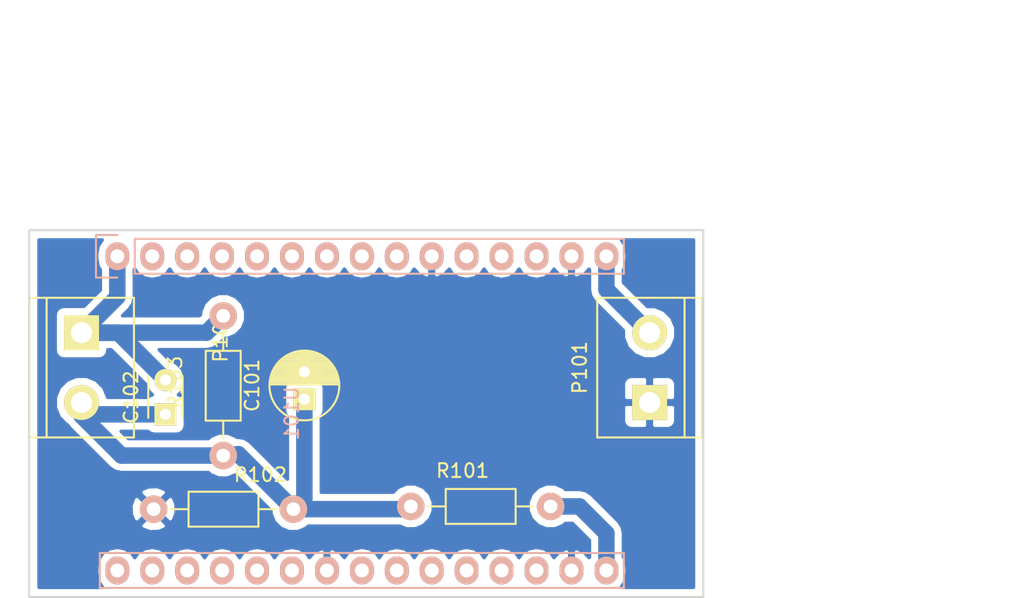
<source format=kicad_pcb>
(kicad_pcb (version 4) (host pcbnew 4.0.2+dfsg1-stable)

  (general
    (links 16)
    (no_connects 0)
    (area 98.395 71.901189 173.375 115.840001)
    (thickness 1.6)
    (drawings 4)
    (tracks 22)
    (zones 0)
    (modules 8)
    (nets 29)
  )

  (page A4)
  (layers
    (0 F.Cu signal)
    (31 B.Cu signal)
    (32 B.Adhes user)
    (33 F.Adhes user)
    (34 B.Paste user)
    (35 F.Paste user)
    (36 B.SilkS user)
    (37 F.SilkS user)
    (38 B.Mask user)
    (39 F.Mask user)
    (40 Dwgs.User user)
    (41 Cmts.User user)
    (42 Eco1.User user)
    (43 Eco2.User user)
    (44 Edge.Cuts user)
    (45 Margin user)
    (46 B.CrtYd user)
    (47 F.CrtYd user)
    (48 B.Fab user)
    (49 F.Fab user)
  )

  (setup
    (last_trace_width 0.25)
    (user_trace_width 0.6)
    (user_trace_width 0.8)
    (user_trace_width 1)
    (user_trace_width 1.2)
    (trace_clearance 0.2)
    (zone_clearance 0.508)
    (zone_45_only yes)
    (trace_min 0.2)
    (segment_width 0.2)
    (edge_width 0.15)
    (via_size 0.6)
    (via_drill 0.4)
    (via_min_size 0.4)
    (via_min_drill 0.3)
    (uvia_size 0.3)
    (uvia_drill 0.1)
    (uvias_allowed no)
    (uvia_min_size 0.2)
    (uvia_min_drill 0.1)
    (pcb_text_width 0.3)
    (pcb_text_size 1.5 1.5)
    (mod_edge_width 0.15)
    (mod_text_size 1 1)
    (mod_text_width 0.15)
    (pad_size 1.6 1.6)
    (pad_drill 0.8)
    (pad_to_mask_clearance 0.2)
    (aux_axis_origin 0 0)
    (visible_elements FFFFFF7F)
    (pcbplotparams
      (layerselection 0x00030_80000001)
      (usegerberextensions false)
      (excludeedgelayer true)
      (linewidth 0.100000)
      (plotframeref false)
      (viasonmask false)
      (mode 1)
      (useauxorigin false)
      (hpglpennumber 1)
      (hpglpenspeed 20)
      (hpglpendiameter 15)
      (hpglpenoverlay 2)
      (psnegative false)
      (psa4output false)
      (plotreference true)
      (plotvalue true)
      (plotinvisibletext false)
      (padsonsilk false)
      (subtractmaskfromsilk false)
      (outputformat 1)
      (mirror false)
      (drillshape 0)
      (scaleselection 1)
      (outputdirectory gerber/))
  )

  (net 0 "")
  (net 1 "Net-(C101-Pad1)")
  (net 2 GND)
  (net 3 /Vin_5v)
  (net 4 /intensidad)
  (net 5 /3V3)
  (net 6 "Net-(U101-Pad2)")
  (net 7 "Net-(U101-Pad3)")
  (net 8 "Net-(U101-Pad4)")
  (net 9 "Net-(U101-Pad5)")
  (net 10 "Net-(U101-Pad6)")
  (net 11 "Net-(U101-Pad7)")
  (net 12 "Net-(U101-Pad8)")
  (net 13 "Net-(U101-Pad9)")
  (net 14 "Net-(U101-Pad11)")
  (net 15 "Net-(U101-Pad12)")
  (net 16 "Net-(U101-Pad13)")
  (net 17 "Net-(U101-Pad30)")
  (net 18 "Net-(U101-Pad18)")
  (net 19 "Net-(U101-Pad19)")
  (net 20 "Net-(U101-Pad25)")
  (net 21 "Net-(U101-Pad26)")
  (net 22 "Net-(U101-Pad22)")
  (net 23 "Net-(U101-Pad23)")
  (net 24 "Net-(U101-Pad21)")
  (net 25 "Net-(U101-Pad20)")
  (net 26 "Net-(U101-Pad28)")
  (net 27 "Net-(U101-Pad27)")
  (net 28 "Net-(U101-Pad29)")

  (net_class Default "This is the default net class."
    (clearance 0.2)
    (trace_width 0.25)
    (via_dia 0.6)
    (via_drill 0.4)
    (uvia_dia 0.3)
    (uvia_drill 0.1)
    (add_net /3V3)
    (add_net /Vin_5v)
    (add_net /intensidad)
    (add_net GND)
    (add_net "Net-(C101-Pad1)")
    (add_net "Net-(U101-Pad11)")
    (add_net "Net-(U101-Pad12)")
    (add_net "Net-(U101-Pad13)")
    (add_net "Net-(U101-Pad18)")
    (add_net "Net-(U101-Pad19)")
    (add_net "Net-(U101-Pad2)")
    (add_net "Net-(U101-Pad20)")
    (add_net "Net-(U101-Pad21)")
    (add_net "Net-(U101-Pad22)")
    (add_net "Net-(U101-Pad23)")
    (add_net "Net-(U101-Pad25)")
    (add_net "Net-(U101-Pad26)")
    (add_net "Net-(U101-Pad27)")
    (add_net "Net-(U101-Pad28)")
    (add_net "Net-(U101-Pad29)")
    (add_net "Net-(U101-Pad3)")
    (add_net "Net-(U101-Pad30)")
    (add_net "Net-(U101-Pad4)")
    (add_net "Net-(U101-Pad5)")
    (add_net "Net-(U101-Pad6)")
    (add_net "Net-(U101-Pad7)")
    (add_net "Net-(U101-Pad8)")
    (add_net "Net-(U101-Pad9)")
  )

  (module Capacitors_ThroughHole:C_Radial_D5_L11_P2 (layer F.Cu) (tedit 592B182C) (tstamp 592AF324)
    (at 120.8 101.2 90)
    (descr "Radial Electrolytic Capacitor 5mm x Length 11mm, Pitch 2mm")
    (tags "Electrolytic Capacitor")
    (path /592A7889)
    (fp_text reference C101 (at 1 -3.8 90) (layer F.SilkS)
      (effects (font (size 1 1) (thickness 0.15)))
    )
    (fp_text value 22uF (at 1 3.8 90) (layer F.Fab)
      (effects (font (size 1 1) (thickness 0.15)))
    )
    (fp_line (start 1.075 -2.499) (end 1.075 2.499) (layer F.SilkS) (width 0.15))
    (fp_line (start 1.215 -2.491) (end 1.215 -0.154) (layer F.SilkS) (width 0.15))
    (fp_line (start 1.215 0.154) (end 1.215 2.491) (layer F.SilkS) (width 0.15))
    (fp_line (start 1.355 -2.475) (end 1.355 -0.473) (layer F.SilkS) (width 0.15))
    (fp_line (start 1.355 0.473) (end 1.355 2.475) (layer F.SilkS) (width 0.15))
    (fp_line (start 1.495 -2.451) (end 1.495 -0.62) (layer F.SilkS) (width 0.15))
    (fp_line (start 1.495 0.62) (end 1.495 2.451) (layer F.SilkS) (width 0.15))
    (fp_line (start 1.635 -2.418) (end 1.635 -0.712) (layer F.SilkS) (width 0.15))
    (fp_line (start 1.635 0.712) (end 1.635 2.418) (layer F.SilkS) (width 0.15))
    (fp_line (start 1.775 -2.377) (end 1.775 -0.768) (layer F.SilkS) (width 0.15))
    (fp_line (start 1.775 0.768) (end 1.775 2.377) (layer F.SilkS) (width 0.15))
    (fp_line (start 1.915 -2.327) (end 1.915 -0.795) (layer F.SilkS) (width 0.15))
    (fp_line (start 1.915 0.795) (end 1.915 2.327) (layer F.SilkS) (width 0.15))
    (fp_line (start 2.055 -2.266) (end 2.055 -0.798) (layer F.SilkS) (width 0.15))
    (fp_line (start 2.055 0.798) (end 2.055 2.266) (layer F.SilkS) (width 0.15))
    (fp_line (start 2.195 -2.196) (end 2.195 -0.776) (layer F.SilkS) (width 0.15))
    (fp_line (start 2.195 0.776) (end 2.195 2.196) (layer F.SilkS) (width 0.15))
    (fp_line (start 2.335 -2.114) (end 2.335 -0.726) (layer F.SilkS) (width 0.15))
    (fp_line (start 2.335 0.726) (end 2.335 2.114) (layer F.SilkS) (width 0.15))
    (fp_line (start 2.475 -2.019) (end 2.475 -0.644) (layer F.SilkS) (width 0.15))
    (fp_line (start 2.475 0.644) (end 2.475 2.019) (layer F.SilkS) (width 0.15))
    (fp_line (start 2.615 -1.908) (end 2.615 -0.512) (layer F.SilkS) (width 0.15))
    (fp_line (start 2.615 0.512) (end 2.615 1.908) (layer F.SilkS) (width 0.15))
    (fp_line (start 2.755 -1.78) (end 2.755 -0.265) (layer F.SilkS) (width 0.15))
    (fp_line (start 2.755 0.265) (end 2.755 1.78) (layer F.SilkS) (width 0.15))
    (fp_line (start 2.895 -1.631) (end 2.895 1.631) (layer F.SilkS) (width 0.15))
    (fp_line (start 3.035 -1.452) (end 3.035 1.452) (layer F.SilkS) (width 0.15))
    (fp_line (start 3.175 -1.233) (end 3.175 1.233) (layer F.SilkS) (width 0.15))
    (fp_line (start 3.315 -0.944) (end 3.315 0.944) (layer F.SilkS) (width 0.15))
    (fp_line (start 3.455 -0.472) (end 3.455 0.472) (layer F.SilkS) (width 0.15))
    (fp_circle (center 2 0) (end 2 -0.8) (layer F.SilkS) (width 0.15))
    (fp_circle (center 1 0) (end 1 -2.5375) (layer F.SilkS) (width 0.15))
    (fp_circle (center 1 0) (end 1 -2.8) (layer F.CrtYd) (width 0.05))
    (pad 1 thru_hole rect (at 0 0 90) (size 1.6 1.6) (drill 0.8) (layers *.Cu *.Mask F.SilkS)
      (net 1 "Net-(C101-Pad1)"))
    (pad 2 thru_hole circle (at 2 0 90) (size 1.6 1.6) (drill 0.8) (layers *.Cu *.Mask F.SilkS)
      (net 2 GND))
    (model Capacitors_ThroughHole.3dshapes/C_Radial_D5_L11_P2.wrl
      (at (xyz 0 0 0))
      (scale (xyz 1 1 1))
      (rotate (xyz 0 0 0))
    )
  )

  (module Connect:bornier2 (layer F.Cu) (tedit 0) (tstamp 592AF32A)
    (at 145.9 98.9 90)
    (descr "Bornier d'alimentation 2 pins")
    (tags DEV)
    (path /592A86B4)
    (fp_text reference P101 (at 0 -5.08 90) (layer F.SilkS)
      (effects (font (size 1 1) (thickness 0.15)))
    )
    (fp_text value 5V_ENTRADA (at 0 5.08 90) (layer F.Fab)
      (effects (font (size 1 1) (thickness 0.15)))
    )
    (fp_line (start 5.08 2.54) (end -5.08 2.54) (layer F.SilkS) (width 0.15))
    (fp_line (start 5.08 3.81) (end 5.08 -3.81) (layer F.SilkS) (width 0.15))
    (fp_line (start 5.08 -3.81) (end -5.08 -3.81) (layer F.SilkS) (width 0.15))
    (fp_line (start -5.08 -3.81) (end -5.08 3.81) (layer F.SilkS) (width 0.15))
    (fp_line (start -5.08 3.81) (end 5.08 3.81) (layer F.SilkS) (width 0.15))
    (pad 1 thru_hole rect (at -2.54 0 90) (size 2.54 2.54) (drill 1.524) (layers *.Cu *.Mask F.SilkS)
      (net 2 GND))
    (pad 2 thru_hole circle (at 2.54 0 90) (size 2.54 2.54) (drill 1.524) (layers *.Cu *.Mask F.SilkS)
      (net 3 /Vin_5v))
    (model Connect.3dshapes/bornier2.wrl
      (at (xyz 0 0 0))
      (scale (xyz 1 1 1))
      (rotate (xyz 0 0 0))
    )
  )

  (module Connect:bornier2 (layer F.Cu) (tedit 592AFD74) (tstamp 592AF330)
    (at 104.6 98.9 270)
    (descr "Bornier d'alimentation 2 pins")
    (tags DEV)
    (path /592A7D5E)
    (fp_text reference P102 (at -2.3 -10.1 270) (layer F.SilkS)
      (effects (font (size 1 1) (thickness 0.15)))
    )
    (fp_text value PINZA (at 0 5.08 270) (layer F.Fab)
      (effects (font (size 1 1) (thickness 0.15)))
    )
    (fp_line (start 5.08 2.54) (end -5.08 2.54) (layer F.SilkS) (width 0.15))
    (fp_line (start 5.08 3.81) (end 5.08 -3.81) (layer F.SilkS) (width 0.15))
    (fp_line (start 5.08 -3.81) (end -5.08 -3.81) (layer F.SilkS) (width 0.15))
    (fp_line (start -5.08 -3.81) (end -5.08 3.81) (layer F.SilkS) (width 0.15))
    (fp_line (start -5.08 3.81) (end 5.08 3.81) (layer F.SilkS) (width 0.15))
    (pad 1 thru_hole rect (at -2.54 0 270) (size 2.54 2.54) (drill 1.524) (layers *.Cu *.Mask F.SilkS)
      (net 4 /intensidad))
    (pad 2 thru_hole circle (at 2.54 0 270) (size 2.54 2.54) (drill 1.524) (layers *.Cu *.Mask F.SilkS)
      (net 1 "Net-(C101-Pad1)"))
    (model Connect.3dshapes/bornier2.wrl
      (at (xyz 0 0 0))
      (scale (xyz 1 1 1))
      (rotate (xyz 0 0 0))
    )
  )

  (module Resistors_ThroughHole:Resistor_Horizontal_RM10mm (layer F.Cu) (tedit 592AFD9E) (tstamp 592AF336)
    (at 138.7 109 180)
    (descr "Resistor, Axial,  RM 10mm, 1/3W")
    (tags "Resistor Axial RM 10mm 1/3W")
    (path /592A7699)
    (fp_text reference R101 (at 6.4 2.6 180) (layer F.SilkS)
      (effects (font (size 1 1) (thickness 0.15)))
    )
    (fp_text value 10K (at 5.1 0 180) (layer F.Fab)
      (effects (font (size 1 1) (thickness 0.15)))
    )
    (fp_line (start -1.25 -1.5) (end 11.4 -1.5) (layer F.CrtYd) (width 0.05))
    (fp_line (start -1.25 1.5) (end -1.25 -1.5) (layer F.CrtYd) (width 0.05))
    (fp_line (start 11.4 -1.5) (end 11.4 1.5) (layer F.CrtYd) (width 0.05))
    (fp_line (start -1.25 1.5) (end 11.4 1.5) (layer F.CrtYd) (width 0.05))
    (fp_line (start 2.54 -1.27) (end 7.62 -1.27) (layer F.SilkS) (width 0.15))
    (fp_line (start 7.62 -1.27) (end 7.62 1.27) (layer F.SilkS) (width 0.15))
    (fp_line (start 7.62 1.27) (end 2.54 1.27) (layer F.SilkS) (width 0.15))
    (fp_line (start 2.54 1.27) (end 2.54 -1.27) (layer F.SilkS) (width 0.15))
    (fp_line (start 2.54 0) (end 1.27 0) (layer F.SilkS) (width 0.15))
    (fp_line (start 7.62 0) (end 8.89 0) (layer F.SilkS) (width 0.15))
    (pad 1 thru_hole circle (at 0 0 180) (size 1.99898 1.99898) (drill 1.00076) (layers *.Cu *.SilkS *.Mask)
      (net 5 /3V3))
    (pad 2 thru_hole circle (at 10.16 0 180) (size 1.99898 1.99898) (drill 1.00076) (layers *.Cu *.SilkS *.Mask)
      (net 1 "Net-(C101-Pad1)"))
    (model Resistors_ThroughHole.3dshapes/Resistor_Horizontal_RM10mm.wrl
      (at (xyz 0 0 0))
      (scale (xyz 0.4 0.4 0.4))
      (rotate (xyz 0 0 0))
    )
  )

  (module Resistors_ThroughHole:Resistor_Horizontal_RM10mm (layer F.Cu) (tedit 592AFD9A) (tstamp 592AF33C)
    (at 120 109.2 180)
    (descr "Resistor, Axial,  RM 10mm, 1/3W")
    (tags "Resistor Axial RM 10mm 1/3W")
    (path /592A7FC6)
    (fp_text reference R102 (at 2.4 2.5 180) (layer F.SilkS)
      (effects (font (size 1 1) (thickness 0.15)))
    )
    (fp_text value 10K (at 4.9 0.1 180) (layer F.Fab)
      (effects (font (size 1 1) (thickness 0.15)))
    )
    (fp_line (start -1.25 -1.5) (end 11.4 -1.5) (layer F.CrtYd) (width 0.05))
    (fp_line (start -1.25 1.5) (end -1.25 -1.5) (layer F.CrtYd) (width 0.05))
    (fp_line (start 11.4 -1.5) (end 11.4 1.5) (layer F.CrtYd) (width 0.05))
    (fp_line (start -1.25 1.5) (end 11.4 1.5) (layer F.CrtYd) (width 0.05))
    (fp_line (start 2.54 -1.27) (end 7.62 -1.27) (layer F.SilkS) (width 0.15))
    (fp_line (start 7.62 -1.27) (end 7.62 1.27) (layer F.SilkS) (width 0.15))
    (fp_line (start 7.62 1.27) (end 2.54 1.27) (layer F.SilkS) (width 0.15))
    (fp_line (start 2.54 1.27) (end 2.54 -1.27) (layer F.SilkS) (width 0.15))
    (fp_line (start 2.54 0) (end 1.27 0) (layer F.SilkS) (width 0.15))
    (fp_line (start 7.62 0) (end 8.89 0) (layer F.SilkS) (width 0.15))
    (pad 1 thru_hole circle (at 0 0 180) (size 1.99898 1.99898) (drill 1.00076) (layers *.Cu *.SilkS *.Mask)
      (net 1 "Net-(C101-Pad1)"))
    (pad 2 thru_hole circle (at 10.16 0 180) (size 1.99898 1.99898) (drill 1.00076) (layers *.Cu *.SilkS *.Mask)
      (net 2 GND))
    (model Resistors_ThroughHole.3dshapes/Resistor_Horizontal_RM10mm.wrl
      (at (xyz 0 0 0))
      (scale (xyz 0.4 0.4 0.4))
      (rotate (xyz 0 0 0))
    )
  )

  (module Resistors_ThroughHole:Resistor_Horizontal_RM10mm (layer F.Cu) (tedit 592AFD78) (tstamp 592AF342)
    (at 114.9 105.3 90)
    (descr "Resistor, Axial,  RM 10mm, 1/3W")
    (tags "Resistor Axial RM 10mm 1/3W")
    (path /592A8260)
    (fp_text reference R103 (at 5.32892 -3.50012 90) (layer F.SilkS)
      (effects (font (size 1 1) (thickness 0.15)))
    )
    (fp_text value R18 (at 5.5 0.3 90) (layer F.Fab)
      (effects (font (size 1 1) (thickness 0.15)))
    )
    (fp_line (start -1.25 -1.5) (end 11.4 -1.5) (layer F.CrtYd) (width 0.05))
    (fp_line (start -1.25 1.5) (end -1.25 -1.5) (layer F.CrtYd) (width 0.05))
    (fp_line (start 11.4 -1.5) (end 11.4 1.5) (layer F.CrtYd) (width 0.05))
    (fp_line (start -1.25 1.5) (end 11.4 1.5) (layer F.CrtYd) (width 0.05))
    (fp_line (start 2.54 -1.27) (end 7.62 -1.27) (layer F.SilkS) (width 0.15))
    (fp_line (start 7.62 -1.27) (end 7.62 1.27) (layer F.SilkS) (width 0.15))
    (fp_line (start 7.62 1.27) (end 2.54 1.27) (layer F.SilkS) (width 0.15))
    (fp_line (start 2.54 1.27) (end 2.54 -1.27) (layer F.SilkS) (width 0.15))
    (fp_line (start 2.54 0) (end 1.27 0) (layer F.SilkS) (width 0.15))
    (fp_line (start 7.62 0) (end 8.89 0) (layer F.SilkS) (width 0.15))
    (pad 1 thru_hole circle (at 0 0 90) (size 1.99898 1.99898) (drill 1.00076) (layers *.Cu *.SilkS *.Mask)
      (net 1 "Net-(C101-Pad1)"))
    (pad 2 thru_hole circle (at 10.16 0 90) (size 1.99898 1.99898) (drill 1.00076) (layers *.Cu *.SilkS *.Mask)
      (net 4 /intensidad))
    (model Resistors_ThroughHole.3dshapes/Resistor_Horizontal_RM10mm.wrl
      (at (xyz 0 0 0))
      (scale (xyz 0.4 0.4 0.4))
      (rotate (xyz 0 0 0))
    )
  )

  (module oscar_libreria_huellas:NodeMCU_Amica_R2 (layer B.Cu) (tedit 592AF4FB) (tstamp 592AF364)
    (at 107.2 90.8 270)
    (descr "Through-hole-mounted NodeMCU 0.9")
    (tags nodemcu)
    (path /592AF5D0)
    (fp_text reference U101 (at 11.43 -12.68 270) (layer B.SilkS)
      (effects (font (size 1 1) (thickness 0.15)) (justify mirror))
    )
    (fp_text value NodeMCU_Amica_R2_0 (at -2.1 -64.5 270) (layer B.Fab)
      (effects (font (size 2 2) (thickness 0.15)) (justify mirror))
    )
    (fp_circle (center 0.108949 4.318) (end 1.378949 3.048) (layer B.CrtYd) (width 0.15))
    (fp_line (start 15.24 -37.465) (end 15.24 -42.545) (layer B.CrtYd) (width 0.15))
    (fp_line (start 7.62 -37.465) (end 15.24 -37.465) (layer B.CrtYd) (width 0.15))
    (fp_line (start 7.62 -42.545) (end 7.62 -37.465) (layer B.CrtYd) (width 0.15))
    (fp_line (start -1.905 -42.545) (end -1.905 6.35) (layer B.CrtYd) (width 0.15))
    (fp_line (start 24.765 -42.545) (end -1.905 -42.545) (layer B.CrtYd) (width 0.15))
    (fp_line (start 24.765 6.35) (end 24.765 -42.545) (layer B.CrtYd) (width 0.15))
    (fp_line (start -1.905 6.35) (end 24.765 6.35) (layer B.CrtYd) (width 0.15))
    (fp_line (start -1.27 -1.27) (end -1.27 -36.83) (layer B.SilkS) (width 0.15))
    (fp_line (start -1.27 -36.83) (end 1.27 -36.83) (layer B.SilkS) (width 0.15))
    (fp_line (start 1.27 -36.83) (end 1.27 -1.27) (layer B.SilkS) (width 0.15))
    (fp_line (start 1.55 1.55) (end 1.55 0) (layer B.SilkS) (width 0.15))
    (fp_line (start 1.27 -1.27) (end -1.27 -1.27) (layer B.SilkS) (width 0.15))
    (fp_line (start -1.55 0) (end -1.55 1.55) (layer B.SilkS) (width 0.15))
    (fp_line (start -1.55 1.55) (end 1.55 1.55) (layer B.SilkS) (width 0.15))
    (fp_line (start 21.59 -36.83) (end 24.13 -36.83) (layer B.SilkS) (width 0.15))
    (fp_line (start 21.59 1.27) (end 21.59 -36.83) (layer B.SilkS) (width 0.15))
    (fp_line (start 24.13 1.27) (end 21.59 1.27) (layer B.SilkS) (width 0.15))
    (fp_line (start 24.13 -36.83) (end 24.13 1.27) (layer B.SilkS) (width 0.15))
    (fp_circle (center 22.733 4.318) (end 24.003 3.048) (layer B.CrtYd) (width 0.15))
    (fp_circle (center 22.733 -40.513) (end 24.003 -41.783) (layer B.CrtYd) (width 0.15))
    (fp_circle (center 0.127 -40.513) (end 1.397 -41.783) (layer B.CrtYd) (width 0.15))
    (pad 1 thru_hole oval (at 0 0 270) (size 2.032 1.7272) (drill 1.016) (layers *.Cu *.Mask B.SilkS)
      (net 4 /intensidad))
    (pad 2 thru_hole oval (at 0 -2.54 270) (size 2.032 1.7272) (drill 1.016) (layers *.Cu *.Mask B.SilkS)
      (net 6 "Net-(U101-Pad2)"))
    (pad 3 thru_hole oval (at 0 -5.08 270) (size 2.032 1.7272) (drill 1.016) (layers *.Cu *.Mask B.SilkS)
      (net 7 "Net-(U101-Pad3)"))
    (pad 4 thru_hole oval (at 0 -7.62 270) (size 2.032 1.7272) (drill 1.016) (layers *.Cu *.Mask B.SilkS)
      (net 8 "Net-(U101-Pad4)"))
    (pad 5 thru_hole oval (at 0 -10.16 270) (size 2.032 1.7272) (drill 1.016) (layers *.Cu *.Mask B.SilkS)
      (net 9 "Net-(U101-Pad5)"))
    (pad 6 thru_hole oval (at 0 -12.7 270) (size 2.032 1.7272) (drill 1.016) (layers *.Cu *.Mask B.SilkS)
      (net 10 "Net-(U101-Pad6)"))
    (pad 7 thru_hole oval (at 0 -15.24 270) (size 2.032 1.7272) (drill 1.016) (layers *.Cu *.Mask B.SilkS)
      (net 11 "Net-(U101-Pad7)"))
    (pad 8 thru_hole oval (at 0 -17.78 270) (size 2.032 1.7272) (drill 1.016) (layers *.Cu *.Mask B.SilkS)
      (net 12 "Net-(U101-Pad8)"))
    (pad 9 thru_hole oval (at 0 -20.32 270) (size 2.032 1.7272) (drill 1.016) (layers *.Cu *.Mask B.SilkS)
      (net 13 "Net-(U101-Pad9)"))
    (pad 10 thru_hole oval (at 0 -22.86 270) (size 2.032 1.7272) (drill 1.016) (layers *.Cu *.Mask B.SilkS)
      (net 2 GND))
    (pad 11 thru_hole oval (at 0 -25.4 270) (size 2.032 1.7272) (drill 1.016) (layers *.Cu *.Mask B.SilkS)
      (net 14 "Net-(U101-Pad11)"))
    (pad 12 thru_hole oval (at 0 -27.94 270) (size 2.032 1.7272) (drill 1.016) (layers *.Cu *.Mask B.SilkS)
      (net 15 "Net-(U101-Pad12)"))
    (pad 13 thru_hole oval (at 0 -30.48 270) (size 2.032 1.7272) (drill 1.016) (layers *.Cu *.Mask B.SilkS)
      (net 16 "Net-(U101-Pad13)"))
    (pad 14 thru_hole oval (at 0 -33.02 270) (size 2.032 1.7272) (drill 1.016) (layers *.Cu *.Mask B.SilkS)
      (net 2 GND))
    (pad 15 thru_hole oval (at 0 -35.56 270) (size 2.032 1.7272) (drill 1.016) (layers *.Cu *.Mask B.SilkS)
      (net 3 /Vin_5v))
    (pad 30 thru_hole oval (at 22.86 0 270) (size 2.032 1.7272) (drill 1.016) (layers *.Cu *.Mask B.SilkS)
      (net 17 "Net-(U101-Pad30)"))
    (pad 18 thru_hole oval (at 22.86 -30.48 270) (size 2.032 1.7272) (drill 1.016) (layers *.Cu *.Mask B.SilkS)
      (net 18 "Net-(U101-Pad18)"))
    (pad 17 thru_hole oval (at 22.86 -33.02 270) (size 2.032 1.7272) (drill 1.016) (layers *.Cu *.Mask B.SilkS)
      (net 2 GND))
    (pad 19 thru_hole oval (at 22.86 -27.94 270) (size 2.032 1.7272) (drill 1.016) (layers *.Cu *.Mask B.SilkS)
      (net 19 "Net-(U101-Pad19)"))
    (pad 25 thru_hole oval (at 22.86 -12.7 270) (size 2.032 1.7272) (drill 1.016) (layers *.Cu *.Mask B.SilkS)
      (net 20 "Net-(U101-Pad25)"))
    (pad 26 thru_hole oval (at 22.86 -10.16 270) (size 2.032 1.7272) (drill 1.016) (layers *.Cu *.Mask B.SilkS)
      (net 21 "Net-(U101-Pad26)"))
    (pad 24 thru_hole oval (at 22.86 -15.24 270) (size 2.032 1.7272) (drill 1.016) (layers *.Cu *.Mask B.SilkS)
      (net 2 GND))
    (pad 16 thru_hole oval (at 22.86 -35.56 270) (size 2.032 1.7272) (drill 1.016) (layers *.Cu *.Mask B.SilkS)
      (net 5 /3V3))
    (pad 22 thru_hole oval (at 22.86 -20.32 270) (size 2.032 1.7272) (drill 1.016) (layers *.Cu *.Mask B.SilkS)
      (net 22 "Net-(U101-Pad22)"))
    (pad 23 thru_hole oval (at 22.86 -17.78 270) (size 2.032 1.7272) (drill 1.016) (layers *.Cu *.Mask B.SilkS)
      (net 23 "Net-(U101-Pad23)"))
    (pad 21 thru_hole oval (at 22.86 -22.86 270) (size 2.032 1.7272) (drill 1.016) (layers *.Cu *.Mask B.SilkS)
      (net 24 "Net-(U101-Pad21)"))
    (pad 20 thru_hole oval (at 22.86 -25.4 270) (size 2.032 1.7272) (drill 1.016) (layers *.Cu *.Mask B.SilkS)
      (net 25 "Net-(U101-Pad20)"))
    (pad 28 thru_hole oval (at 22.86 -5.08 270) (size 2.032 1.7272) (drill 1.016) (layers *.Cu *.Mask B.SilkS)
      (net 26 "Net-(U101-Pad28)"))
    (pad 27 thru_hole oval (at 22.86 -7.62 270) (size 2.032 1.7272) (drill 1.016) (layers *.Cu *.Mask B.SilkS)
      (net 27 "Net-(U101-Pad27)"))
    (pad 29 thru_hole oval (at 22.86 -2.54 270) (size 2.032 1.7272) (drill 1.016) (layers *.Cu *.Mask B.SilkS)
      (net 28 "Net-(U101-Pad29)"))
  )

  (module Capacitors_ThroughHole:C_Disc_D3_P2.5 (layer F.Cu) (tedit 592B188A) (tstamp 592B0D39)
    (at 110.7 102.3 90)
    (descr "Capacitor 3mm Disc, Pitch 2.5mm")
    (tags Capacitor)
    (path /592B0F6A)
    (fp_text reference C102 (at 1.25 -2.5 90) (layer F.SilkS)
      (effects (font (size 1 1) (thickness 0.15)))
    )
    (fp_text value 100nF (at 1.25 2.5 90) (layer F.Fab)
      (effects (font (size 1 1) (thickness 0.15)))
    )
    (fp_line (start -0.9 -1.5) (end 3.4 -1.5) (layer F.CrtYd) (width 0.05))
    (fp_line (start 3.4 -1.5) (end 3.4 1.5) (layer F.CrtYd) (width 0.05))
    (fp_line (start 3.4 1.5) (end -0.9 1.5) (layer F.CrtYd) (width 0.05))
    (fp_line (start -0.9 1.5) (end -0.9 -1.5) (layer F.CrtYd) (width 0.05))
    (fp_line (start -0.25 -1.25) (end 2.75 -1.25) (layer F.SilkS) (width 0.15))
    (fp_line (start 2.75 1.25) (end -0.25 1.25) (layer F.SilkS) (width 0.15))
    (pad 1 thru_hole rect (at 0 0 90) (size 1.6 1.6) (drill 0.8) (layers *.Cu *.Mask F.SilkS)
      (net 1 "Net-(C101-Pad1)"))
    (pad 2 thru_hole circle (at 2.5 0 90) (size 1.6 1.6) (drill 0.8001) (layers *.Cu *.Mask F.SilkS)
      (net 4 /intensidad))
    (model Capacitors_ThroughHole.3dshapes/C_Disc_D3_P2.5.wrl
      (at (xyz 0.0492126 0 0))
      (scale (xyz 1 1 1))
      (rotate (xyz 0 0 0))
    )
  )

  (gr_line (start 100.8 115.6) (end 100.8 88.9) (angle 90) (layer Edge.Cuts) (width 0.15))
  (gr_line (start 149.8 115.6) (end 100.8 115.6) (angle 90) (layer Edge.Cuts) (width 0.15))
  (gr_line (start 149.8 88.9) (end 149.8 115.6) (angle 90) (layer Edge.Cuts) (width 0.15))
  (gr_line (start 100.9 88.9) (end 149.8 88.9) (angle 90) (layer Edge.Cuts) (width 0.15))

  (segment (start 110.7 102.3) (end 105.46 102.3) (width 1.2) (layer B.Cu) (net 1))
  (segment (start 105.46 102.3) (end 104.6 101.44) (width 1.2) (layer B.Cu) (net 1) (tstamp 592B0DB8))
  (segment (start 104.6 101.44) (end 104.6 102.4) (width 1.2) (layer B.Cu) (net 1))
  (segment (start 104.6 102.4) (end 107.5 105.3) (width 1.2) (layer B.Cu) (net 1) (tstamp 592B0D52))
  (segment (start 107.5 105.3) (end 114.9 105.3) (width 1.2) (layer B.Cu) (net 1) (tstamp 592B0D56))
  (segment (start 114.9 105.3) (end 116 105.2) (width 1.2) (layer B.Cu) (net 1) (status 10))
  (segment (start 116 105.2) (end 120 109.2) (width 1.2) (layer B.Cu) (net 1) (tstamp 592B0365))
  (segment (start 120.8 101.2) (end 120.8 108.4) (width 1.2) (layer B.Cu) (net 1))
  (segment (start 120.8 108.4) (end 120 109.2) (width 1.2) (layer B.Cu) (net 1) (tstamp 592B035D))
  (segment (start 120 109.2) (end 128.34 109.2) (width 1.2) (layer B.Cu) (net 1))
  (segment (start 128.34 109.2) (end 128.54 109) (width 1.2) (layer B.Cu) (net 1) (tstamp 592B0340))
  (segment (start 142.76 90.8) (end 142.76 93.22) (width 1.2) (layer B.Cu) (net 3))
  (segment (start 142.76 93.22) (end 145.9 96.36) (width 1.2) (layer B.Cu) (net 3) (tstamp 592B0378))
  (segment (start 104.6 96.36) (end 107.26 96.36) (width 1.2) (layer B.Cu) (net 4))
  (segment (start 107.26 96.36) (end 110.7 99.8) (width 1.2) (layer B.Cu) (net 4) (tstamp 592B0D8F))
  (segment (start 104.6 96.36) (end 113.68 96.36) (width 1.2) (layer B.Cu) (net 4))
  (segment (start 113.68 96.36) (end 114.9 95.14) (width 1.2) (layer B.Cu) (net 4) (tstamp 592B0D6B))
  (segment (start 107.2 90.8) (end 107.2 93.76) (width 1.2) (layer B.Cu) (net 4))
  (segment (start 107.2 93.76) (end 104.6 96.36) (width 1.2) (layer B.Cu) (net 4) (tstamp 592B0380))
  (segment (start 138.7 109) (end 140.8 109) (width 1.2) (layer B.Cu) (net 5))
  (segment (start 142.76 110.96) (end 142.76 113.66) (width 1.2) (layer B.Cu) (net 5) (tstamp 592B0345))
  (segment (start 140.8 109) (end 142.76 110.96) (width 1.2) (layer B.Cu) (net 5) (tstamp 592B0344))

  (zone (net 2) (net_name GND) (layer B.Cu) (tstamp 592B219E) (hatch edge 0.508)
    (connect_pads (clearance 0.508))
    (min_thickness 0.254)
    (fill yes (arc_segments 16) (thermal_gap 0.508) (thermal_bridge_width 0.508))
    (polygon
      (pts
        (xy 149.8 115.6) (xy 100.8 115.6) (xy 100.8 88.9) (xy 149.8 88.9) (xy 149.8 115.6)
      )
    )
    (filled_polygon
      (pts
        (xy 105.815474 90.041766) (xy 105.7014 90.615255) (xy 105.7014 90.984745) (xy 105.815474 91.558234) (xy 105.965 91.782015)
        (xy 105.965 93.248446) (xy 104.770886 94.44256) (xy 103.33 94.44256) (xy 103.094683 94.486838) (xy 102.878559 94.62591)
        (xy 102.733569 94.83811) (xy 102.68256 95.09) (xy 102.68256 97.63) (xy 102.726838 97.865317) (xy 102.86591 98.081441)
        (xy 103.07811 98.226431) (xy 103.33 98.27744) (xy 105.87 98.27744) (xy 106.105317 98.233162) (xy 106.321441 98.09409)
        (xy 106.466431 97.88189) (xy 106.51744 97.63) (xy 106.51744 97.595) (xy 106.748446 97.595) (xy 109.283847 100.130401)
        (xy 109.482757 100.6118) (xy 109.751072 100.880583) (xy 109.664683 100.896838) (xy 109.448559 101.03591) (xy 109.428683 101.065)
        (xy 106.505328 101.065) (xy 106.50533 101.062735) (xy 106.215922 100.362314) (xy 105.680505 99.825961) (xy 104.98059 99.535332)
        (xy 104.222735 99.53467) (xy 103.522314 99.824078) (xy 102.985961 100.359495) (xy 102.695332 101.05941) (xy 102.69467 101.817265)
        (xy 102.984078 102.517686) (xy 103.519495 103.054039) (xy 103.603556 103.088944) (xy 103.726723 103.273277) (xy 106.626723 106.173277)
        (xy 107.027386 106.440991) (xy 107.5 106.535) (xy 113.823342 106.535) (xy 113.972927 106.684846) (xy 114.573453 106.934206)
        (xy 115.223694 106.934774) (xy 115.764686 106.71124) (xy 118.365411 109.311965) (xy 118.365226 109.523694) (xy 118.613538 110.124655)
        (xy 119.072927 110.584846) (xy 119.673453 110.834206) (xy 120.323694 110.834774) (xy 120.924655 110.586462) (xy 121.076381 110.435)
        (xy 127.733711 110.435) (xy 128.213453 110.634206) (xy 128.863694 110.634774) (xy 129.464655 110.386462) (xy 129.924846 109.927073)
        (xy 130.174206 109.326547) (xy 130.174774 108.676306) (xy 129.926462 108.075345) (xy 129.467073 107.615154) (xy 128.866547 107.365794)
        (xy 128.216306 107.365226) (xy 127.615345 107.613538) (xy 127.263269 107.965) (xy 122.035 107.965) (xy 122.035 102.474669)
        (xy 122.051441 102.46409) (xy 122.196431 102.25189) (xy 122.24744 102) (xy 122.24744 101.72575) (xy 143.995 101.72575)
        (xy 143.995 102.836309) (xy 144.091673 103.069698) (xy 144.270301 103.248327) (xy 144.50369 103.345) (xy 145.61425 103.345)
        (xy 145.773 103.18625) (xy 145.773 101.567) (xy 146.027 101.567) (xy 146.027 103.18625) (xy 146.18575 103.345)
        (xy 147.29631 103.345) (xy 147.529699 103.248327) (xy 147.708327 103.069698) (xy 147.805 102.836309) (xy 147.805 101.72575)
        (xy 147.64625 101.567) (xy 146.027 101.567) (xy 145.773 101.567) (xy 144.15375 101.567) (xy 143.995 101.72575)
        (xy 122.24744 101.72575) (xy 122.24744 100.4) (xy 122.203162 100.164683) (xy 122.125306 100.043691) (xy 143.995 100.043691)
        (xy 143.995 101.15425) (xy 144.15375 101.313) (xy 145.773 101.313) (xy 145.773 99.69375) (xy 146.027 99.69375)
        (xy 146.027 101.313) (xy 147.64625 101.313) (xy 147.805 101.15425) (xy 147.805 100.043691) (xy 147.708327 99.810302)
        (xy 147.529699 99.631673) (xy 147.29631 99.535) (xy 146.18575 99.535) (xy 146.027 99.69375) (xy 145.773 99.69375)
        (xy 145.61425 99.535) (xy 144.50369 99.535) (xy 144.270301 99.631673) (xy 144.091673 99.810302) (xy 143.995 100.043691)
        (xy 122.125306 100.043691) (xy 122.06409 99.948559) (xy 122.057452 99.944023) (xy 122.246965 99.416777) (xy 122.219778 98.846546)
        (xy 122.053864 98.445995) (xy 121.807745 98.371861) (xy 120.979605 99.2) (xy 120.993748 99.214142) (xy 120.814143 99.393748)
        (xy 120.8 99.379605) (xy 120.785858 99.393748) (xy 120.606252 99.214142) (xy 120.620395 99.2) (xy 119.792255 98.371861)
        (xy 119.546136 98.445995) (xy 119.353035 98.983223) (xy 119.380222 99.553454) (xy 119.542384 99.944947) (xy 119.403569 100.14811)
        (xy 119.35256 100.4) (xy 119.35256 102) (xy 119.396838 102.235317) (xy 119.53591 102.451441) (xy 119.565 102.471317)
        (xy 119.565 107.018446) (xy 116.873277 104.326723) (xy 116.826209 104.295273) (xy 116.790628 104.251247) (xy 116.627262 104.162341)
        (xy 116.472614 104.059009) (xy 116.417094 104.047965) (xy 116.367372 104.020906) (xy 116.182418 104.001285) (xy 116 103.965)
        (xy 115.94448 103.976044) (xy 115.888188 103.970072) (xy 115.882419 103.970596) (xy 115.827073 103.915154) (xy 115.226547 103.665794)
        (xy 114.576306 103.665226) (xy 113.975345 103.913538) (xy 113.823619 104.065) (xy 108.011554 104.065) (xy 107.481554 103.535)
        (xy 109.425331 103.535) (xy 109.43591 103.551441) (xy 109.64811 103.696431) (xy 109.9 103.74744) (xy 111.5 103.74744)
        (xy 111.735317 103.703162) (xy 111.951441 103.56409) (xy 112.096431 103.35189) (xy 112.14744 103.1) (xy 112.14744 101.5)
        (xy 112.103162 101.264683) (xy 111.96409 101.048559) (xy 111.75189 100.903569) (xy 111.646959 100.88232) (xy 111.915824 100.613923)
        (xy 112.13475 100.086691) (xy 112.135248 99.515813) (xy 111.917243 98.9882) (xy 111.513923 98.584176) (xy 111.029637 98.383083)
        (xy 110.838809 98.192255) (xy 119.971861 98.192255) (xy 120.8 99.020395) (xy 121.628139 98.192255) (xy 121.554005 97.946136)
        (xy 121.016777 97.753035) (xy 120.446546 97.780222) (xy 120.045995 97.946136) (xy 119.971861 98.192255) (xy 110.838809 98.192255)
        (xy 110.241554 97.595) (xy 113.68 97.595) (xy 114.152614 97.500991) (xy 114.553277 97.233277) (xy 115.011965 96.774589)
        (xy 115.223694 96.774774) (xy 115.824655 96.526462) (xy 116.284846 96.067073) (xy 116.534206 95.466547) (xy 116.534774 94.816306)
        (xy 116.286462 94.215345) (xy 115.827073 93.755154) (xy 115.226547 93.505794) (xy 114.576306 93.505226) (xy 113.975345 93.753538)
        (xy 113.515154 94.212927) (xy 113.265794 94.813453) (xy 113.265607 95.027839) (xy 113.168446 95.125) (xy 107.581554 95.125)
        (xy 108.073277 94.633277) (xy 108.340991 94.232614) (xy 108.435 93.76) (xy 108.435 91.782015) (xy 108.47 91.729634)
        (xy 108.68033 92.044415) (xy 109.166511 92.369271) (xy 109.74 92.483345) (xy 110.313489 92.369271) (xy 110.79967 92.044415)
        (xy 111.01 91.729634) (xy 111.22033 92.044415) (xy 111.706511 92.369271) (xy 112.28 92.483345) (xy 112.853489 92.369271)
        (xy 113.33967 92.044415) (xy 113.55 91.729634) (xy 113.76033 92.044415) (xy 114.246511 92.369271) (xy 114.82 92.483345)
        (xy 115.393489 92.369271) (xy 115.87967 92.044415) (xy 116.09 91.729634) (xy 116.30033 92.044415) (xy 116.786511 92.369271)
        (xy 117.36 92.483345) (xy 117.933489 92.369271) (xy 118.41967 92.044415) (xy 118.63 91.729634) (xy 118.84033 92.044415)
        (xy 119.326511 92.369271) (xy 119.9 92.483345) (xy 120.473489 92.369271) (xy 120.95967 92.044415) (xy 121.17 91.729634)
        (xy 121.38033 92.044415) (xy 121.866511 92.369271) (xy 122.44 92.483345) (xy 123.013489 92.369271) (xy 123.49967 92.044415)
        (xy 123.71 91.729634) (xy 123.92033 92.044415) (xy 124.406511 92.369271) (xy 124.98 92.483345) (xy 125.553489 92.369271)
        (xy 126.03967 92.044415) (xy 126.25 91.729634) (xy 126.46033 92.044415) (xy 126.946511 92.369271) (xy 127.52 92.483345)
        (xy 128.093489 92.369271) (xy 128.57967 92.044415) (xy 128.786461 91.734931) (xy 129.157964 92.150732) (xy 129.685209 92.404709)
        (xy 129.700974 92.407358) (xy 129.933 92.286217) (xy 129.933 90.927) (xy 129.913 90.927) (xy 129.913 90.673)
        (xy 129.933 90.673) (xy 129.933 90.653) (xy 130.187 90.653) (xy 130.187 90.673) (xy 130.207 90.673)
        (xy 130.207 90.927) (xy 130.187 90.927) (xy 130.187 92.286217) (xy 130.419026 92.407358) (xy 130.434791 92.404709)
        (xy 130.962036 92.150732) (xy 131.333539 91.734931) (xy 131.54033 92.044415) (xy 132.026511 92.369271) (xy 132.6 92.483345)
        (xy 133.173489 92.369271) (xy 133.65967 92.044415) (xy 133.87 91.729634) (xy 134.08033 92.044415) (xy 134.566511 92.369271)
        (xy 135.14 92.483345) (xy 135.713489 92.369271) (xy 136.19967 92.044415) (xy 136.41 91.729634) (xy 136.62033 92.044415)
        (xy 137.106511 92.369271) (xy 137.68 92.483345) (xy 138.253489 92.369271) (xy 138.73967 92.044415) (xy 138.946461 91.734931)
        (xy 139.317964 92.150732) (xy 139.845209 92.404709) (xy 139.860974 92.407358) (xy 140.093 92.286217) (xy 140.093 90.927)
        (xy 140.073 90.927) (xy 140.073 90.673) (xy 140.093 90.673) (xy 140.093 90.653) (xy 140.347 90.653)
        (xy 140.347 90.673) (xy 140.367 90.673) (xy 140.367 90.927) (xy 140.347 90.927) (xy 140.347 92.286217)
        (xy 140.579026 92.407358) (xy 140.594791 92.404709) (xy 141.122036 92.150732) (xy 141.493539 91.734931) (xy 141.525 91.782015)
        (xy 141.525 93.22) (xy 141.619009 93.692614) (xy 141.886723 94.093277) (xy 143.995138 96.201692) (xy 143.99467 96.737265)
        (xy 144.284078 97.437686) (xy 144.819495 97.974039) (xy 145.51941 98.264668) (xy 146.277265 98.26533) (xy 146.977686 97.975922)
        (xy 147.514039 97.440505) (xy 147.804668 96.74059) (xy 147.80533 95.982735) (xy 147.515922 95.282314) (xy 146.980505 94.745961)
        (xy 146.28059 94.455332) (xy 145.741415 94.454861) (xy 143.995 92.708446) (xy 143.995 91.782015) (xy 144.144526 91.558234)
        (xy 144.2586 90.984745) (xy 144.2586 90.615255) (xy 144.144526 90.041766) (xy 143.856029 89.61) (xy 149.09 89.61)
        (xy 149.09 114.89) (xy 143.829302 114.89) (xy 144.144526 114.418234) (xy 144.2586 113.844745) (xy 144.2586 113.475255)
        (xy 144.144526 112.901766) (xy 143.995 112.677985) (xy 143.995 110.96) (xy 143.900991 110.487386) (xy 143.633277 110.086723)
        (xy 141.673277 108.126723) (xy 141.272614 107.859009) (xy 140.8 107.765) (xy 139.776658 107.765) (xy 139.627073 107.615154)
        (xy 139.026547 107.365794) (xy 138.376306 107.365226) (xy 137.775345 107.613538) (xy 137.315154 108.072927) (xy 137.065794 108.673453)
        (xy 137.065226 109.323694) (xy 137.313538 109.924655) (xy 137.772927 110.384846) (xy 138.373453 110.634206) (xy 139.023694 110.634774)
        (xy 139.624655 110.386462) (xy 139.776381 110.235) (xy 140.288446 110.235) (xy 141.525 111.471554) (xy 141.525 112.677985)
        (xy 141.493539 112.725069) (xy 141.122036 112.309268) (xy 140.594791 112.055291) (xy 140.579026 112.052642) (xy 140.347 112.173783)
        (xy 140.347 113.533) (xy 140.367 113.533) (xy 140.367 113.787) (xy 140.347 113.787) (xy 140.347 113.807)
        (xy 140.093 113.807) (xy 140.093 113.787) (xy 140.073 113.787) (xy 140.073 113.533) (xy 140.093 113.533)
        (xy 140.093 112.173783) (xy 139.860974 112.052642) (xy 139.845209 112.055291) (xy 139.317964 112.309268) (xy 138.946461 112.725069)
        (xy 138.73967 112.415585) (xy 138.253489 112.090729) (xy 137.68 111.976655) (xy 137.106511 112.090729) (xy 136.62033 112.415585)
        (xy 136.41 112.730366) (xy 136.19967 112.415585) (xy 135.713489 112.090729) (xy 135.14 111.976655) (xy 134.566511 112.090729)
        (xy 134.08033 112.415585) (xy 133.87 112.730366) (xy 133.65967 112.415585) (xy 133.173489 112.090729) (xy 132.6 111.976655)
        (xy 132.026511 112.090729) (xy 131.54033 112.415585) (xy 131.33 112.730366) (xy 131.11967 112.415585) (xy 130.633489 112.090729)
        (xy 130.06 111.976655) (xy 129.486511 112.090729) (xy 129.00033 112.415585) (xy 128.79 112.730366) (xy 128.57967 112.415585)
        (xy 128.093489 112.090729) (xy 127.52 111.976655) (xy 126.946511 112.090729) (xy 126.46033 112.415585) (xy 126.25 112.730366)
        (xy 126.03967 112.415585) (xy 125.553489 112.090729) (xy 124.98 111.976655) (xy 124.406511 112.090729) (xy 123.92033 112.415585)
        (xy 123.713539 112.725069) (xy 123.342036 112.309268) (xy 122.814791 112.055291) (xy 122.799026 112.052642) (xy 122.567 112.173783)
        (xy 122.567 113.533) (xy 122.587 113.533) (xy 122.587 113.787) (xy 122.567 113.787) (xy 122.567 113.807)
        (xy 122.313 113.807) (xy 122.313 113.787) (xy 122.293 113.787) (xy 122.293 113.533) (xy 122.313 113.533)
        (xy 122.313 112.173783) (xy 122.080974 112.052642) (xy 122.065209 112.055291) (xy 121.537964 112.309268) (xy 121.166461 112.725069)
        (xy 120.95967 112.415585) (xy 120.473489 112.090729) (xy 119.9 111.976655) (xy 119.326511 112.090729) (xy 118.84033 112.415585)
        (xy 118.63 112.730366) (xy 118.41967 112.415585) (xy 117.933489 112.090729) (xy 117.36 111.976655) (xy 116.786511 112.090729)
        (xy 116.30033 112.415585) (xy 116.09 112.730366) (xy 115.87967 112.415585) (xy 115.393489 112.090729) (xy 114.82 111.976655)
        (xy 114.246511 112.090729) (xy 113.76033 112.415585) (xy 113.55 112.730366) (xy 113.33967 112.415585) (xy 112.853489 112.090729)
        (xy 112.28 111.976655) (xy 111.706511 112.090729) (xy 111.22033 112.415585) (xy 111.01 112.730366) (xy 110.79967 112.415585)
        (xy 110.313489 112.090729) (xy 109.74 111.976655) (xy 109.166511 112.090729) (xy 108.68033 112.415585) (xy 108.47 112.730366)
        (xy 108.25967 112.415585) (xy 107.773489 112.090729) (xy 107.2 111.976655) (xy 106.626511 112.090729) (xy 106.14033 112.415585)
        (xy 105.815474 112.901766) (xy 105.7014 113.475255) (xy 105.7014 113.844745) (xy 105.815474 114.418234) (xy 106.130698 114.89)
        (xy 101.51 114.89) (xy 101.51 110.352163) (xy 108.867443 110.352163) (xy 108.966042 110.618965) (xy 109.575582 110.845401)
        (xy 110.225377 110.821341) (xy 110.713958 110.618965) (xy 110.812557 110.352163) (xy 109.84 109.379605) (xy 108.867443 110.352163)
        (xy 101.51 110.352163) (xy 101.51 108.935582) (xy 108.194599 108.935582) (xy 108.218659 109.585377) (xy 108.421035 110.073958)
        (xy 108.687837 110.172557) (xy 109.660395 109.2) (xy 110.019605 109.2) (xy 110.992163 110.172557) (xy 111.258965 110.073958)
        (xy 111.485401 109.464418) (xy 111.461341 108.814623) (xy 111.258965 108.326042) (xy 110.992163 108.227443) (xy 110.019605 109.2)
        (xy 109.660395 109.2) (xy 108.687837 108.227443) (xy 108.421035 108.326042) (xy 108.194599 108.935582) (xy 101.51 108.935582)
        (xy 101.51 108.047837) (xy 108.867443 108.047837) (xy 109.84 109.020395) (xy 110.812557 108.047837) (xy 110.713958 107.781035)
        (xy 110.104418 107.554599) (xy 109.454623 107.578659) (xy 108.966042 107.781035) (xy 108.867443 108.047837) (xy 101.51 108.047837)
        (xy 101.51 89.61) (xy 106.103971 89.61)
      )
    )
  )
)

</source>
